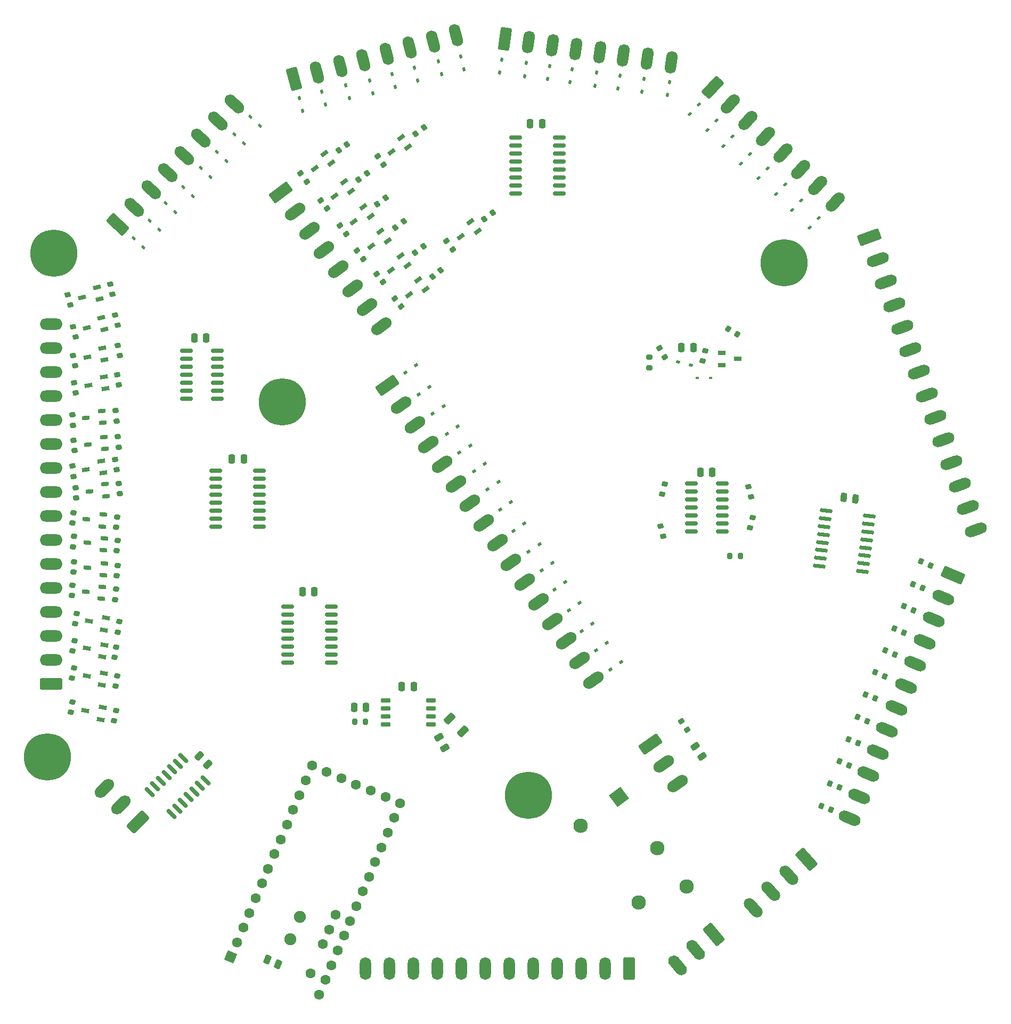
<source format=gbr>
%TF.GenerationSoftware,KiCad,Pcbnew,(6.0.10)*%
%TF.CreationDate,2023-04-24T22:32:33-04:00*%
%TF.ProjectId,waterwheel_synth_v2,77617465-7277-4686-9565-6c5f73796e74,rev?*%
%TF.SameCoordinates,Original*%
%TF.FileFunction,Soldermask,Top*%
%TF.FilePolarity,Negative*%
%FSLAX46Y46*%
G04 Gerber Fmt 4.6, Leading zero omitted, Abs format (unit mm)*
G04 Created by KiCad (PCBNEW (6.0.10)) date 2023-04-24 22:32:33*
%MOMM*%
%LPD*%
G01*
G04 APERTURE LIST*
G04 Aperture macros list*
%AMRoundRect*
0 Rectangle with rounded corners*
0 $1 Rounding radius*
0 $2 $3 $4 $5 $6 $7 $8 $9 X,Y pos of 4 corners*
0 Add a 4 corners polygon primitive as box body*
4,1,4,$2,$3,$4,$5,$6,$7,$8,$9,$2,$3,0*
0 Add four circle primitives for the rounded corners*
1,1,$1+$1,$2,$3*
1,1,$1+$1,$4,$5*
1,1,$1+$1,$6,$7*
1,1,$1+$1,$8,$9*
0 Add four rect primitives between the rounded corners*
20,1,$1+$1,$2,$3,$4,$5,0*
20,1,$1+$1,$4,$5,$6,$7,0*
20,1,$1+$1,$6,$7,$8,$9,0*
20,1,$1+$1,$8,$9,$2,$3,0*%
%AMHorizOval*
0 Thick line with rounded ends*
0 $1 width*
0 $2 $3 position (X,Y) of the first rounded end (center of the circle)*
0 $4 $5 position (X,Y) of the second rounded end (center of the circle)*
0 Add line between two ends*
20,1,$1,$2,$3,$4,$5,0*
0 Add two circle primitives to create the rounded ends*
1,1,$1,$2,$3*
1,1,$1,$4,$5*%
%AMRotRect*
0 Rectangle, with rotation*
0 The origin of the aperture is its center*
0 $1 length*
0 $2 width*
0 $3 Rotation angle, in degrees counterclockwise*
0 Add horizontal line*
21,1,$1,$2,0,0,$3*%
G04 Aperture macros list end*
%ADD10R,1.220000X0.650000*%
%ADD11RoundRect,0.250000X1.555635X0.636396X0.636396X1.555635X-1.555635X-0.636396X-0.636396X-1.555635X0*%
%ADD12HorizOval,1.800000X0.636396X0.636396X-0.636396X-0.636396X0*%
%ADD13RoundRect,0.250000X-0.498392X1.605181X-1.494250X0.769557X0.498392X-1.605181X1.494250X-0.769557X0*%
%ADD14HorizOval,1.800000X-0.578509X0.689440X0.578509X-0.689440X0*%
%ADD15C,7.500000*%
%ADD16RoundRect,0.200000X-0.308109X0.143853X-0.231786X-0.248798X0.308109X-0.143853X0.231786X0.248798X0*%
%ADD17RotRect,1.220000X0.650000X185.000000*%
%ADD18RotRect,0.600000X0.450000X262.000000*%
%ADD19RotRect,0.600000X0.450000X226.000000*%
%ADD20RotRect,1.220000X0.650000X175.000000*%
%ADD21RoundRect,0.200000X0.291552X0.174993X-0.076650X0.331285X-0.291552X-0.174993X0.076650X-0.331285X0*%
%ADD22RotRect,0.600000X0.450000X214.000000*%
%ADD23RoundRect,0.200000X-0.236092X0.244715X-0.305552X-0.149208X0.236092X-0.244715X0.305552X0.149208X0*%
%ADD24RotRect,0.600000X0.450000X316.000000*%
%ADD25RoundRect,0.200000X-0.339988X-0.005772X-0.099262X-0.325226X0.339988X0.005772X0.099262X0.325226X0*%
%ADD26RoundRect,0.200000X0.200000X0.275000X-0.200000X0.275000X-0.200000X-0.275000X0.200000X-0.275000X0*%
%ADD27RoundRect,0.150000X-0.825000X-0.150000X0.825000X-0.150000X0.825000X0.150000X-0.825000X0.150000X0*%
%ADD28RoundRect,0.200000X-0.302901X0.154518X-0.240327X-0.240557X0.302901X-0.154518X0.240327X0.240557X0*%
%ADD29RoundRect,0.200000X-0.315216X0.127531X-0.218447X-0.260588X0.315216X-0.127531X0.218447X0.260588X0*%
%ADD30RoundRect,0.200000X-0.256522X0.223207X-0.291385X-0.175271X0.256522X-0.223207X0.291385X0.175271X0*%
%ADD31RotRect,0.600000X0.450000X285.000000*%
%ADD32RotRect,1.220000X0.650000X218.000000*%
%ADD33RoundRect,0.200000X-0.300158X0.159781X-0.244489X-0.236326X0.300158X-0.159781X0.244489X0.236326X0*%
%ADD34RotRect,1.220000X0.650000X170.000000*%
%ADD35RoundRect,0.200000X-0.011705X0.339835X-0.326909X0.093571X0.011705X-0.339835X0.326909X-0.093571X0*%
%ADD36RoundRect,0.200000X-0.005772X0.339988X-0.325226X0.099262X0.005772X-0.339988X0.325226X-0.099262X0*%
%ADD37RotRect,1.220000X0.650000X217.000000*%
%ADD38RoundRect,0.250000X-0.306024X-0.440992X0.190249X-0.501927X0.306024X0.440992X-0.190249X0.501927X0*%
%ADD39RoundRect,0.200000X0.317393X-0.122010X0.213866X0.264360X-0.317393X0.122010X-0.213866X-0.264360X0*%
%ADD40RoundRect,0.250000X0.415723X0.339557X-0.044529X0.534923X-0.415723X-0.339557X0.044529X-0.534923X0*%
%ADD41RoundRect,0.200000X0.275000X-0.200000X0.275000X0.200000X-0.275000X0.200000X-0.275000X-0.200000X0*%
%ADD42RoundRect,0.250000X-0.250000X-0.475000X0.250000X-0.475000X0.250000X0.475000X-0.250000X0.475000X0*%
%ADD43RoundRect,0.200000X0.339982X-0.006097X0.110552X0.321564X-0.339982X0.006097X-0.110552X-0.321564X0*%
%ADD44RoundRect,0.250000X-0.512652X-0.159099X-0.159099X-0.512652X0.512652X0.159099X0.159099X0.512652X0*%
%ADD45RoundRect,0.200000X-0.338157X0.035705X-0.138157X-0.310705X0.338157X-0.035705X0.138157X0.310705X0*%
%ADD46RotRect,1.220000X0.650000X189.000000*%
%ADD47RoundRect,0.200000X-0.291385X0.175271X-0.256522X-0.223207X0.291385X-0.175271X0.256522X0.223207X0*%
%ADD48RoundRect,0.200000X0.213866X-0.264360X0.317393X0.122010X-0.213866X0.264360X-0.317393X-0.122010X0*%
%ADD49RoundRect,0.200000X-0.339835X-0.011705X-0.093571X-0.326909X0.339835X0.011705X0.093571X0.326909X0*%
%ADD50RoundRect,0.200000X-0.213866X0.264360X-0.317393X-0.122010X0.213866X-0.264360X0.317393X0.122010X0*%
%ADD51RoundRect,0.150000X-0.837500X-0.150000X0.837500X-0.150000X0.837500X0.150000X-0.837500X0.150000X0*%
%ADD52RoundRect,0.250000X0.250000X0.475000X-0.250000X0.475000X-0.250000X-0.475000X0.250000X-0.475000X0*%
%ADD53R,0.600000X0.450000*%
%ADD54RoundRect,0.150000X-0.849538X-0.046816X0.812977X-0.250947X0.849538X0.046816X-0.812977X0.250947X0*%
%ADD55RoundRect,0.200000X-0.317393X0.122010X-0.213866X-0.264360X0.317393X-0.122010X0.213866X0.264360X0*%
%ADD56RoundRect,0.250000X-0.689429X-0.229810X-0.229810X-0.689429X0.689429X0.229810X0.229810X0.689429X0*%
%ADD57RotRect,0.600000X0.450000X345.000000*%
%ADD58RoundRect,0.200000X0.310705X0.138157X-0.035705X0.338157X-0.310705X-0.138157X0.035705X-0.338157X0*%
%ADD59RoundRect,0.200000X0.236092X-0.244715X0.305552X0.149208X-0.236092X0.244715X-0.305552X-0.149208X0*%
%ADD60RotRect,1.220000X0.650000X191.000000*%
%ADD61RoundRect,0.150000X-0.689429X0.477297X0.477297X-0.689429X0.689429X-0.477297X-0.477297X0.689429X0*%
%ADD62RoundRect,0.200000X-0.200000X-0.275000X0.200000X-0.275000X0.200000X0.275000X-0.200000X0.275000X0*%
%ADD63RotRect,1.220000X0.650000X195.000000*%
%ADD64RotRect,1.220000X0.650000X194.000000*%
%ADD65RotRect,1.220000X0.650000X188.000000*%
%ADD66RoundRect,0.243750X0.513547X0.062026X0.233929X0.461363X-0.513547X-0.062026X-0.233929X-0.461363X0*%
%ADD67RoundRect,0.200000X0.339988X0.005772X0.099262X0.325226X-0.339988X-0.005772X-0.099262X-0.325226X0*%
%ADD68RoundRect,0.250000X-0.536362X-0.020994X-0.286362X-0.454006X0.536362X0.020994X0.286362X0.454006X0*%
%ADD69RoundRect,0.150000X-0.650000X-0.150000X0.650000X-0.150000X0.650000X0.150000X-0.650000X0.150000X0*%
%ADD70RoundRect,0.250000X-1.642510X-0.356595X-0.896861X-1.421492X1.642510X0.356595X0.896861X1.421492X0*%
%ADD71HorizOval,1.800000X-0.737237X-0.516219X0.737237X0.516219X0*%
%ADD72RoundRect,0.250000X-0.226682X-1.665417X1.029021X-1.328953X0.226682X1.665417X-1.029021X1.328953X0*%
%ADD73HorizOval,1.800000X-0.232937X0.869333X0.232937X-0.869333X0*%
%ADD74RoundRect,0.250000X1.550000X-0.650000X1.550000X0.650000X-1.550000X0.650000X-1.550000X-0.650000X0*%
%ADD75O,3.600000X1.800000*%
%ADD76RoundRect,0.250000X-1.629065X-0.413700X-0.846705X-1.451926X1.629065X0.413700X0.846705X1.451926X0*%
%ADD77HorizOval,1.800000X-0.718772X-0.541634X0.718772X0.541634X0*%
%ADD78RoundRect,0.250000X-1.678837X0.080669X-1.234210X-1.140931X1.678837X-0.080669X1.234210X1.140931X0*%
%ADD79HorizOval,1.800000X-0.845723X-0.307818X0.845723X0.307818X0*%
%ADD80RoundRect,0.250000X0.663449X-1.544291X1.566505X-0.609150X-0.663449X1.544291X-1.566505X0.609150X0*%
%ADD81HorizOval,1.800000X-0.647406X0.625193X0.647406X-0.625193X0*%
%ADD82C,1.900000*%
%ADD83C,1.600000*%
%ADD84RotRect,1.600000X1.600000X67.000000*%
%ADD85RotRect,2.300000X2.300000X127.000000*%
%ADD86C,2.300000*%
%ADD87HorizOval,1.800000X-0.602218X0.668830X0.602218X-0.668830X0*%
%ADD88RoundRect,0.250000X-0.554108X1.586809X-1.520197X0.716940X0.554108X-1.586809X1.520197X-0.716940X0*%
%ADD89RoundRect,0.250000X0.650000X1.550000X-0.650000X1.550000X-0.650000X-1.550000X0.650000X-1.550000X0*%
%ADD90O,1.800000X3.600000*%
%ADD91HorizOval,1.800000X-0.125256X-0.891241X0.125256X0.891241X0*%
%ADD92RoundRect,0.250000X-0.859393X-1.444453X0.427956X-1.625378X0.859393X1.444453X-0.427956X1.625378X0*%
%ADD93HorizOval,1.800000X-0.828454X0.351658X0.828454X-0.351658X0*%
%ADD94RoundRect,0.250000X-1.172807X1.203961X-1.680758X0.007305X1.172807X-1.203961X1.680758X-0.007305X0*%
%ADD95RoundRect,0.250000X-1.532477X-0.690299X-0.581718X-1.576897X1.532477X0.690299X0.581718X1.576897X0*%
%ADD96HorizOval,1.800000X-0.613799X-0.658218X0.613799X0.658218X0*%
G04 APERTURE END LIST*
D10*
%TO.C,Q14*%
X166290000Y-77790000D03*
X166290000Y-79690000D03*
X168910000Y-78740000D03*
%TD*%
D11*
%TO.C,J12*%
X73560077Y-152300077D03*
D12*
X70866000Y-149606000D03*
X68171923Y-146911923D03*
%TD*%
D13*
%TO.C,J13*%
X165100000Y-170180000D03*
D14*
X162181371Y-172629021D03*
X159262741Y-175078042D03*
%TD*%
D15*
%TO.C,REF\u002A\u002A*%
X96520000Y-85598000D03*
%TD*%
%TO.C,REF\u002A\u002A*%
X59182000Y-141986000D03*
%TD*%
%TO.C,REF\u002A\u002A*%
X135636000Y-148082000D03*
%TD*%
%TO.C,REF\u002A\u002A*%
X176276000Y-63500000D03*
%TD*%
%TO.C,REF\u002A\u002A*%
X60198000Y-61976000D03*
%TD*%
D16*
%TO.C,R16*%
X63232183Y-78162558D03*
X63547017Y-79782242D03*
%TD*%
D17*
%TO.C,Q21*%
X68269913Y-93030711D03*
X68104317Y-91137941D03*
X65577085Y-92312674D03*
%TD*%
D18*
%TO.C,D5*%
X134982968Y-33808481D03*
X135275232Y-31728919D03*
%TD*%
D19*
%TO.C,D30*%
X170824991Y-46199993D03*
X169366209Y-47710607D03*
%TD*%
D20*
%TO.C,Q15*%
X68002117Y-113074059D03*
X68167713Y-111181289D03*
X65474885Y-111899326D03*
%TD*%
D21*
%TO.C,R64*%
X190688683Y-128504947D03*
X192207517Y-129149653D03*
%TD*%
D22*
%TO.C,D40*%
X128689389Y-95357447D03*
X126948411Y-96531753D03*
%TD*%
D23*
%TO.C,R54*%
X70041660Y-134547934D03*
X69755140Y-136172866D03*
%TD*%
D24*
%TO.C,D25*%
X86088793Y-45871909D03*
X87599407Y-47330691D03*
%TD*%
D23*
%TO.C,R55*%
X63805560Y-119193934D03*
X63519040Y-120818866D03*
%TD*%
D25*
%TO.C,R1*%
X102576303Y-53523826D03*
X103569297Y-54841574D03*
%TD*%
D18*
%TO.C,D16*%
X142237468Y-34800181D03*
X142529732Y-32720619D03*
%TD*%
%TO.C,D7*%
X131061468Y-33276181D03*
X131353732Y-31196619D03*
%TD*%
D26*
%TO.C,R48*%
X169288600Y-110044400D03*
X167638600Y-110044400D03*
%TD*%
D23*
%TO.C,R56*%
X63355260Y-127824634D03*
X63068740Y-129449566D03*
%TD*%
D27*
%TO.C,U2*%
X86184600Y-77448400D03*
X86184600Y-78718400D03*
X86184600Y-79988400D03*
X86184600Y-81258400D03*
X86184600Y-82528400D03*
X86184600Y-83798400D03*
X86184600Y-85068400D03*
X81234600Y-85068400D03*
X81234600Y-83798400D03*
X81234600Y-82528400D03*
X81234600Y-81258400D03*
X81234600Y-79988400D03*
X81234600Y-78718400D03*
X81234600Y-77448400D03*
%TD*%
D28*
%TO.C,R20*%
X63389642Y-82528357D03*
X63647758Y-84158043D03*
%TD*%
D22*
%TO.C,D41*%
X130829889Y-98286347D03*
X129088911Y-99460653D03*
%TD*%
D21*
%TO.C,R70*%
X187936683Y-135613247D03*
X189455517Y-136257953D03*
%TD*%
D22*
%TO.C,D36*%
X117762789Y-79726047D03*
X116021811Y-80900353D03*
%TD*%
D24*
%TO.C,D23*%
X72880793Y-59587909D03*
X74391407Y-61046691D03*
%TD*%
D29*
%TO.C,R23*%
X69105214Y-66830006D03*
X69504386Y-68430994D03*
%TD*%
D21*
%TO.C,R71*%
X183544183Y-146165547D03*
X185063017Y-146810253D03*
%TD*%
D30*
%TO.C,R35*%
X70236603Y-103838639D03*
X70092797Y-105482361D03*
%TD*%
D31*
%TO.C,D10*%
X113917840Y-33508178D03*
X114461360Y-35536622D03*
%TD*%
D32*
%TO.C,Q4*%
X113241672Y-60009894D03*
X112071916Y-58512673D03*
X110592206Y-60874317D03*
%TD*%
D19*
%TO.C,D32*%
X165464991Y-40879093D03*
X164006209Y-42389707D03*
%TD*%
D24*
%TO.C,D20*%
X80754793Y-51459909D03*
X82265407Y-52918691D03*
%TD*%
D33*
%TO.C,R36*%
X69896082Y-94707229D03*
X70125718Y-96341171D03*
%TD*%
D23*
%TO.C,R59*%
X63160560Y-133257334D03*
X62874040Y-134882266D03*
%TD*%
D34*
%TO.C,Q23*%
X67573832Y-135991746D03*
X67903764Y-134120612D03*
X65158602Y-134601221D03*
%TD*%
D35*
%TO.C,R11*%
X115757109Y-56869079D03*
X114456891Y-57884921D03*
%TD*%
D22*
%TO.C,D43*%
X126324289Y-92467047D03*
X124583311Y-93641353D03*
%TD*%
D31*
%TO.C,D3*%
X102754240Y-36301778D03*
X103297760Y-38330222D03*
%TD*%
D36*
%TO.C,R7*%
X129921174Y-55491803D03*
X128603426Y-56484797D03*
%TD*%
D30*
%TO.C,R45*%
X63400503Y-110939339D03*
X63256697Y-112583061D03*
%TD*%
D37*
%TO.C,Q5*%
X116412537Y-63861126D03*
X115269088Y-62343719D03*
X113748387Y-64679178D03*
%TD*%
D38*
%TO.C,C7*%
X185709681Y-100751624D03*
X187595519Y-100983176D03*
%TD*%
D39*
%TO.C,R49*%
X171003126Y-100646289D03*
X170576074Y-99052511D03*
%TD*%
D22*
%TO.C,D35*%
X119886089Y-83211247D03*
X118145111Y-84385553D03*
%TD*%
D21*
%TO.C,R51*%
X196721583Y-114508747D03*
X198240417Y-115153453D03*
%TD*%
D40*
%TO.C,C13*%
X95832980Y-174888995D03*
X94084020Y-174146605D03*
%TD*%
D18*
%TO.C,D14*%
X149857468Y-35816181D03*
X150149732Y-33736619D03*
%TD*%
D41*
%TO.C,R28*%
X154829600Y-78464400D03*
X154829600Y-80114400D03*
%TD*%
D23*
%TO.C,R58*%
X70607760Y-120474834D03*
X70321240Y-122099766D03*
%TD*%
D22*
%TO.C,D48*%
X145794089Y-120803247D03*
X144053111Y-121977553D03*
%TD*%
D30*
%TO.C,R43*%
X70326303Y-107545639D03*
X70182497Y-109189361D03*
%TD*%
D27*
%TO.C,U6*%
X161498600Y-98530400D03*
X161498600Y-99800400D03*
X161498600Y-101070400D03*
X161498600Y-102340400D03*
X161498600Y-103610400D03*
X161498600Y-104880400D03*
X161498600Y-106150400D03*
X166448600Y-106150400D03*
X166448600Y-104880400D03*
X166448600Y-103610400D03*
X166448600Y-102340400D03*
X166448600Y-101070400D03*
X166448600Y-99800400D03*
X166448600Y-98530400D03*
%TD*%
D42*
%TO.C,C2*%
X82505600Y-75416400D03*
X84405600Y-75416400D03*
%TD*%
D22*
%TO.C,D47*%
X150366089Y-126899247D03*
X148625111Y-128073553D03*
%TD*%
D43*
%TO.C,R62*%
X160856301Y-137622000D03*
X159909899Y-136270400D03*
%TD*%
D44*
%TO.C,C8*%
X83291849Y-141800649D03*
X84635351Y-143144151D03*
%TD*%
D31*
%TO.C,D4*%
X99185840Y-37318178D03*
X99729360Y-39346622D03*
%TD*%
D32*
%TO.C,Q13*%
X119237872Y-67663894D03*
X118068116Y-66166673D03*
X116588406Y-68528317D03*
%TD*%
D36*
%TO.C,R15*%
X118971174Y-41983503D03*
X117653426Y-42976497D03*
%TD*%
D45*
%TO.C,R30*%
X157274100Y-78416871D03*
X156449100Y-76987929D03*
%TD*%
D46*
%TO.C,Q12*%
X68405584Y-83456375D03*
X68108359Y-81579767D03*
X65669228Y-82927929D03*
%TD*%
D37*
%TO.C,Q7*%
X127535137Y-58498926D03*
X126391688Y-56981519D03*
X124870987Y-59316978D03*
%TD*%
D22*
%TO.C,D46*%
X137342689Y-108157947D03*
X135601711Y-109332253D03*
%TD*%
D21*
%TO.C,R67*%
X195257483Y-118026147D03*
X196776317Y-118670853D03*
%TD*%
D37*
%TO.C,Q1*%
X104268937Y-47644126D03*
X103125488Y-46126719D03*
X101604787Y-48462178D03*
%TD*%
%TO.C,Q6*%
X116493437Y-45059526D03*
X115349988Y-43542119D03*
X113829287Y-45877578D03*
%TD*%
D24*
%TO.C,D22*%
X75420793Y-56793909D03*
X76931407Y-58252691D03*
%TD*%
D47*
%TO.C,R21*%
X70299497Y-91096739D03*
X70443303Y-92740461D03*
%TD*%
D22*
%TO.C,D34*%
X124369789Y-89454447D03*
X122628811Y-90628753D03*
%TD*%
D42*
%TO.C,C4*%
X99683100Y-115675400D03*
X101583100Y-115675400D03*
%TD*%
D48*
%TO.C,R46*%
X156820074Y-100173289D03*
X157247126Y-98579511D03*
%TD*%
D49*
%TO.C,R2*%
X108347679Y-61558291D03*
X109363521Y-62858509D03*
%TD*%
D23*
%TO.C,R57*%
X63438760Y-123509034D03*
X63152240Y-125133966D03*
%TD*%
D31*
%TO.C,D11*%
X117473840Y-32492178D03*
X118017360Y-34520622D03*
%TD*%
D47*
%TO.C,R22*%
X70002297Y-86954239D03*
X70146103Y-88597961D03*
%TD*%
D36*
%TO.C,R3*%
X106753774Y-44643703D03*
X105436026Y-45636697D03*
%TD*%
D30*
%TO.C,R33*%
X63141303Y-114664739D03*
X62997497Y-116308461D03*
%TD*%
D42*
%TO.C,C5*%
X88441100Y-94593400D03*
X90341100Y-94593400D03*
%TD*%
D50*
%TO.C,R50*%
X171217126Y-103920511D03*
X170790074Y-105514289D03*
%TD*%
D51*
%TO.C,U7*%
X97358600Y-118088400D03*
X97358600Y-119358400D03*
X97358600Y-120628400D03*
X97358600Y-121898400D03*
X97358600Y-123168400D03*
X97358600Y-124438400D03*
X97358600Y-125708400D03*
X97358600Y-126978400D03*
X104283600Y-126978400D03*
X104283600Y-125708400D03*
X104283600Y-124438400D03*
X104283600Y-123168400D03*
X104283600Y-121898400D03*
X104283600Y-120628400D03*
X104283600Y-119358400D03*
X104283600Y-118088400D03*
%TD*%
D52*
%TO.C,C1*%
X137774600Y-41384400D03*
X135874600Y-41384400D03*
%TD*%
D21*
%TO.C,R72*%
X182138183Y-149707147D03*
X183657017Y-150351853D03*
%TD*%
D19*
%TO.C,D27*%
X176386991Y-51039093D03*
X174928209Y-52549707D03*
%TD*%
D53*
%TO.C,D38*%
X164515600Y-81766400D03*
X162415600Y-81766400D03*
%TD*%
D33*
%TO.C,R39*%
X63078082Y-95763929D03*
X63307718Y-97397871D03*
%TD*%
D39*
%TO.C,R47*%
X156993126Y-106884289D03*
X156566074Y-105290511D03*
%TD*%
D47*
%TO.C,R24*%
X63082297Y-87608439D03*
X63226103Y-89252161D03*
%TD*%
D51*
%TO.C,U4*%
X85928600Y-96498400D03*
X85928600Y-97768400D03*
X85928600Y-99038400D03*
X85928600Y-100308400D03*
X85928600Y-101578400D03*
X85928600Y-102848400D03*
X85928600Y-104118400D03*
X85928600Y-105388400D03*
X92853600Y-105388400D03*
X92853600Y-104118400D03*
X92853600Y-102848400D03*
X92853600Y-101578400D03*
X92853600Y-100308400D03*
X92853600Y-99038400D03*
X92853600Y-97768400D03*
X92853600Y-96498400D03*
%TD*%
D54*
%TO.C,U5*%
X182922618Y-102840560D03*
X182767844Y-104101093D03*
X182613070Y-105361627D03*
X182458296Y-106622161D03*
X182303522Y-107882694D03*
X182148748Y-109143228D03*
X181993974Y-110403761D03*
X181839200Y-111664295D03*
X188712582Y-112508240D03*
X188867356Y-111247707D03*
X189022130Y-109987173D03*
X189176904Y-108726639D03*
X189331678Y-107466106D03*
X189486452Y-106205572D03*
X189641226Y-104945039D03*
X189796000Y-103684505D03*
%TD*%
D21*
%TO.C,R68*%
X193793283Y-121543547D03*
X195312117Y-122188253D03*
%TD*%
D42*
%TO.C,C12*%
X115459600Y-130788400D03*
X117359600Y-130788400D03*
%TD*%
D34*
%TO.C,Q24*%
X67836832Y-126036846D03*
X68166764Y-124165712D03*
X65421602Y-124646321D03*
%TD*%
D21*
%TO.C,R69*%
X192329183Y-125061047D03*
X193848017Y-125705753D03*
%TD*%
%TO.C,R52*%
X198009583Y-110917847D03*
X199528417Y-111562553D03*
%TD*%
D55*
%TO.C,R26*%
X63176074Y-73603511D03*
X63603126Y-75197289D03*
%TD*%
D24*
%TO.C,D1*%
X91422793Y-40283909D03*
X92933407Y-41742691D03*
%TD*%
D47*
%TO.C,R37*%
X70501597Y-98524739D03*
X70645403Y-100168461D03*
%TD*%
D19*
%TO.C,D28*%
X168030991Y-43405993D03*
X166572209Y-44916607D03*
%TD*%
D48*
%TO.C,R31*%
X163720126Y-77448511D03*
X163293074Y-79042289D03*
%TD*%
D18*
%TO.C,D12*%
X157731468Y-36832181D03*
X158023732Y-34752619D03*
%TD*%
D56*
%TO.C,C11*%
X123052617Y-135841417D03*
X125138583Y-137927383D03*
%TD*%
D21*
%TO.C,R63*%
X185008383Y-142648147D03*
X186527217Y-143292853D03*
%TD*%
D57*
%TO.C,D37*%
X161431822Y-79752160D03*
X159403378Y-79208640D03*
%TD*%
D21*
%TO.C,R66*%
X189224483Y-132022447D03*
X190743317Y-132667153D03*
%TD*%
D58*
%TO.C,R32*%
X167323129Y-73987900D03*
X168752071Y-74812900D03*
%TD*%
D51*
%TO.C,U1*%
X133587100Y-43539400D03*
X133587100Y-44809400D03*
X133587100Y-46079400D03*
X133587100Y-47349400D03*
X133587100Y-48619400D03*
X133587100Y-49889400D03*
X133587100Y-51159400D03*
X133587100Y-52429400D03*
X140512100Y-52429400D03*
X140512100Y-51159400D03*
X140512100Y-49889400D03*
X140512100Y-48619400D03*
X140512100Y-47349400D03*
X140512100Y-46079400D03*
X140512100Y-44809400D03*
X140512100Y-43539400D03*
%TD*%
D18*
%TO.C,D17*%
X138681468Y-34292181D03*
X138973732Y-32212619D03*
%TD*%
D34*
%TO.C,Q22*%
X68156032Y-121768046D03*
X68485964Y-119896912D03*
X65740802Y-120377521D03*
%TD*%
D59*
%TO.C,R53*%
X69794240Y-126154466D03*
X70080760Y-124529534D03*
%TD*%
D47*
%TO.C,R41*%
X63585297Y-99203139D03*
X63729103Y-100846861D03*
%TD*%
D20*
%TO.C,Q19*%
X67853917Y-105361059D03*
X68019513Y-103468289D03*
X65326685Y-104186326D03*
%TD*%
D19*
%TO.C,D26*%
X178926991Y-53579093D03*
X177468209Y-55089707D03*
%TD*%
D30*
%TO.C,R44*%
X70062203Y-115297039D03*
X69918397Y-116940761D03*
%TD*%
D23*
%TO.C,R60*%
X70244860Y-129064934D03*
X69958340Y-130689866D03*
%TD*%
D20*
%TO.C,Q20*%
X68051417Y-109102159D03*
X68217013Y-107209389D03*
X65524185Y-107927426D03*
%TD*%
D49*
%TO.C,R27*%
X114322679Y-69102691D03*
X115338521Y-70402909D03*
%TD*%
D42*
%TO.C,C9*%
X107905600Y-134090400D03*
X109805600Y-134090400D03*
%TD*%
D22*
%TO.C,D44*%
X141476089Y-114199247D03*
X139735111Y-115373553D03*
%TD*%
D60*
%TO.C,Q8*%
X68234100Y-78897286D03*
X67871563Y-77032194D03*
X65480968Y-78464660D03*
%TD*%
D31*
%TO.C,D2*%
X106564240Y-35285778D03*
X107107760Y-37314222D03*
%TD*%
D61*
%TO.C,U9*%
X84262466Y-145644812D03*
X83364441Y-146542838D03*
X82466415Y-147440864D03*
X81568389Y-148338889D03*
X80670364Y-149236915D03*
X79772338Y-150134941D03*
X78874312Y-151032966D03*
X75374134Y-147532788D03*
X76272159Y-146634762D03*
X77170185Y-145736736D03*
X78068211Y-144838711D03*
X78966236Y-143940685D03*
X79864262Y-143042659D03*
X80762288Y-142144634D03*
%TD*%
D22*
%TO.C,D33*%
X122121889Y-86259247D03*
X120380911Y-87433553D03*
%TD*%
D19*
%TO.C,D31*%
X173592991Y-48499093D03*
X172134209Y-50009707D03*
%TD*%
D42*
%TO.C,C6*%
X162903600Y-96760400D03*
X164803600Y-96760400D03*
%TD*%
D22*
%TO.C,D42*%
X134933789Y-104880947D03*
X133192811Y-106055253D03*
%TD*%
D62*
%TO.C,R61*%
X108030600Y-136376400D03*
X109680600Y-136376400D03*
%TD*%
D63*
%TO.C,Q9*%
X68165541Y-74027877D03*
X67673785Y-72192618D03*
X65388937Y-73788353D03*
%TD*%
D25*
%TO.C,R9*%
X111478803Y-65240026D03*
X112471797Y-66557774D03*
%TD*%
D64*
%TO.C,Q10*%
X67446813Y-69226863D03*
X66987162Y-67383301D03*
X64674813Y-68938918D03*
%TD*%
D36*
%TO.C,R8*%
X112887874Y-53124303D03*
X111570126Y-54117297D03*
%TD*%
D22*
%TO.C,D39*%
X132840089Y-101465047D03*
X131099111Y-102639353D03*
%TD*%
D31*
%TO.C,D9*%
X121283840Y-31476178D03*
X121827360Y-33504622D03*
%TD*%
D42*
%TO.C,C3*%
X161809600Y-76940400D03*
X159909600Y-76940400D03*
%TD*%
D31*
%TO.C,D8*%
X124839840Y-30714178D03*
X125383360Y-32742622D03*
%TD*%
D21*
%TO.C,R65*%
X186472483Y-139130647D03*
X187991317Y-139775353D03*
%TD*%
D65*
%TO.C,Q16*%
X67988866Y-96867538D03*
X67724437Y-94986029D03*
X65262149Y-96291417D03*
%TD*%
D66*
%TO.C,D51*%
X163200028Y-141827555D03*
X162124572Y-140291645D03*
%TD*%
D19*
%TO.C,D18*%
X162696991Y-38325993D03*
X161238209Y-39836607D03*
%TD*%
D29*
%TO.C,R17*%
X62373614Y-68558406D03*
X62772786Y-70159394D03*
%TD*%
D24*
%TO.C,D19*%
X77960793Y-53999909D03*
X79471407Y-55458691D03*
%TD*%
D25*
%TO.C,R10*%
X122578103Y-59995526D03*
X123571097Y-61313274D03*
%TD*%
D67*
%TO.C,R4*%
X106636897Y-58869774D03*
X105643903Y-57552026D03*
%TD*%
D28*
%TO.C,R18*%
X70266442Y-81213157D03*
X70524558Y-82842843D03*
%TD*%
D35*
%TO.C,R14*%
X121614409Y-64630079D03*
X120314191Y-65645921D03*
%TD*%
D68*
%TO.C,C10*%
X121334600Y-138855676D03*
X122284600Y-140501124D03*
%TD*%
D67*
%TO.C,R13*%
X112596197Y-47854774D03*
X111603203Y-46537026D03*
%TD*%
D22*
%TO.C,D45*%
X139444089Y-111151247D03*
X137703111Y-112325553D03*
%TD*%
D34*
%TO.C,Q25*%
X67816732Y-130514446D03*
X68146664Y-128643312D03*
X65401502Y-129123921D03*
%TD*%
D30*
%TO.C,R40*%
X63354903Y-106909139D03*
X63211097Y-108552861D03*
%TD*%
D16*
%TO.C,R25*%
X70347883Y-76616358D03*
X70662717Y-78236042D03*
%TD*%
D69*
%TO.C,U8*%
X112875600Y-132947400D03*
X112875600Y-134217400D03*
X112875600Y-135487400D03*
X112875600Y-136757400D03*
X120075600Y-136757400D03*
X120075600Y-135487400D03*
X120075600Y-134217400D03*
X120075600Y-132947400D03*
%TD*%
D30*
%TO.C,R38*%
X70326603Y-111521339D03*
X70182797Y-113165061D03*
%TD*%
D36*
%TO.C,R12*%
X118892774Y-60830603D03*
X117575026Y-61823597D03*
%TD*%
%TO.C,R6*%
X109929474Y-49284103D03*
X108611726Y-50277097D03*
%TD*%
D37*
%TO.C,Q3*%
X107401537Y-52101126D03*
X106258088Y-50583719D03*
X104737387Y-52919178D03*
%TD*%
D55*
%TO.C,R19*%
X69876474Y-71757911D03*
X70303526Y-73351689D03*
%TD*%
D20*
%TO.C,Q18*%
X67728617Y-116848559D03*
X67894213Y-114955789D03*
X65201385Y-115673826D03*
%TD*%
D37*
%TO.C,Q2*%
X110501737Y-56130026D03*
X109358288Y-54612619D03*
X107837587Y-56948078D03*
%TD*%
D47*
%TO.C,R42*%
X63320797Y-91656439D03*
X63464603Y-93300161D03*
%TD*%
D18*
%TO.C,D13*%
X146158968Y-35332481D03*
X146451232Y-33252919D03*
%TD*%
D19*
%TO.C,D29*%
X181720991Y-56373093D03*
X180262209Y-57883707D03*
%TD*%
D31*
%TO.C,D6*%
X110361840Y-34524178D03*
X110905360Y-36552622D03*
%TD*%
D18*
%TO.C,D15*%
X153667468Y-36324181D03*
X153959732Y-34244619D03*
%TD*%
D17*
%TO.C,Q11*%
X67969913Y-88863511D03*
X67804317Y-86970741D03*
X65277085Y-88145474D03*
%TD*%
D24*
%TO.C,D21*%
X83548793Y-48411909D03*
X85059407Y-49870691D03*
%TD*%
D22*
%TO.C,D49*%
X143762089Y-117501247D03*
X142021111Y-118675553D03*
%TD*%
D17*
%TO.C,Q17*%
X68479313Y-100532711D03*
X68313717Y-98639941D03*
X65786485Y-99814674D03*
%TD*%
D25*
%TO.C,R5*%
X99341603Y-49262626D03*
X100334597Y-50580374D03*
%TD*%
D22*
%TO.C,D50*%
X148080089Y-123851247D03*
X146339111Y-125025553D03*
%TD*%
D30*
%TO.C,R34*%
X63266603Y-103177239D03*
X63122797Y-104820961D03*
%TD*%
D24*
%TO.C,D24*%
X88882793Y-43077909D03*
X90393407Y-44536691D03*
%TD*%
D70*
%TO.C,J7*%
X113159700Y-82957900D03*
D71*
X115345026Y-86078869D03*
X117530352Y-89199839D03*
X119715679Y-92320808D03*
X121901005Y-95441777D03*
X124086331Y-98562746D03*
X126271657Y-101683716D03*
X128456984Y-104804685D03*
X130642310Y-107925654D03*
X132827636Y-111046624D03*
X135012962Y-114167593D03*
X137198288Y-117288562D03*
X139383615Y-120409531D03*
X141568941Y-123530501D03*
X143754267Y-126651470D03*
X145939593Y-129772439D03*
%TD*%
D72*
%TO.C,J3*%
X98331400Y-34223900D03*
D73*
X102011577Y-33237799D03*
X105691755Y-32251699D03*
X109371932Y-31265598D03*
X113052110Y-30279498D03*
X116732287Y-29293397D03*
X120412464Y-28307297D03*
X124092642Y-27321196D03*
%TD*%
D74*
%TO.C,J10*%
X59718100Y-130352400D03*
D75*
X59718100Y-126542400D03*
X59718100Y-122732400D03*
X59718100Y-118922400D03*
X59718100Y-115112400D03*
X59718100Y-111302400D03*
X59718100Y-107492400D03*
X59718100Y-103682400D03*
X59718100Y-99872400D03*
X59718100Y-96062400D03*
X59718100Y-92252400D03*
X59718100Y-88442400D03*
X59718100Y-84632400D03*
X59718100Y-80822400D03*
X59718100Y-77012400D03*
X59718100Y-73202400D03*
%TD*%
D76*
%TO.C,J5*%
X96186000Y-52278800D03*
D77*
X98478915Y-55321601D03*
X100771830Y-58364403D03*
X103064746Y-61407204D03*
X105357661Y-64450005D03*
X107650576Y-67492806D03*
X109943491Y-70535608D03*
X112236407Y-73578409D03*
%TD*%
D78*
%TO.C,J4*%
X189815742Y-59375024D03*
D79*
X191118839Y-62955253D03*
X192421935Y-66535482D03*
X193725032Y-70115711D03*
X195028129Y-73695940D03*
X196331226Y-77276168D03*
X197634322Y-80856397D03*
X198937419Y-84436626D03*
X200240516Y-88016855D03*
X201543613Y-91597084D03*
X202846709Y-95177313D03*
X204149806Y-98757542D03*
X205452903Y-102337771D03*
X206756000Y-105918000D03*
%TD*%
D80*
%TO.C,J6*%
X70323700Y-57380200D03*
D81*
X72970348Y-54639515D03*
X75616997Y-51898831D03*
X78263645Y-49158146D03*
X80910294Y-46417461D03*
X83556942Y-43676777D03*
X86203590Y-40936092D03*
X88850239Y-38195408D03*
%TD*%
D82*
%TO.C,U10*%
X99262457Y-167367606D03*
X97773772Y-170874729D03*
D83*
X104931079Y-167014438D03*
X103938622Y-169352520D03*
X102946165Y-171690602D03*
X100961251Y-176366767D03*
X102306876Y-179697306D03*
X103299333Y-177359224D03*
X104291790Y-175021142D03*
X105284247Y-172683059D03*
X106276704Y-170344977D03*
X107269161Y-168006895D03*
X108261618Y-165668812D03*
X109254076Y-163330730D03*
X110246533Y-160992648D03*
X111238990Y-158654565D03*
X112231447Y-156316483D03*
X113223904Y-153978401D03*
X114216361Y-151640318D03*
X115208818Y-149302236D03*
X112870736Y-148309779D03*
X110532653Y-147317322D03*
X108194571Y-146324865D03*
X105856489Y-145332408D03*
X103518406Y-144339951D03*
X101180324Y-143347494D03*
X100187867Y-145685576D03*
X99195410Y-148023658D03*
X98202953Y-150361741D03*
X97210496Y-152699823D03*
X96218039Y-155037905D03*
X95225582Y-157375988D03*
X94233124Y-159714070D03*
X93240667Y-162052152D03*
X92248210Y-164390235D03*
X91255753Y-166728317D03*
X90263296Y-169066399D03*
X89270839Y-171404482D03*
D84*
X88278382Y-173742564D03*
%TD*%
D85*
%TO.C,K1*%
X150003600Y-148314400D03*
D86*
X156118041Y-156428537D03*
X160703871Y-162514139D03*
X153089658Y-165071436D03*
X143917997Y-152900230D03*
%TD*%
D70*
%TO.C,J9*%
X154955700Y-139929200D03*
D71*
X157141026Y-143050169D03*
X159326352Y-146171139D03*
%TD*%
D87*
%TO.C,J11*%
X171327355Y-165873563D03*
X174158736Y-163324175D03*
X176990118Y-160774788D03*
D88*
X179821500Y-158225400D03*
%TD*%
D89*
%TO.C,J14*%
X151599600Y-175607900D03*
D90*
X147789600Y-175607900D03*
X143979600Y-175607900D03*
X140169600Y-175607900D03*
X136359600Y-175607900D03*
X132549600Y-175607900D03*
X128739600Y-175607900D03*
X124929600Y-175607900D03*
X121119600Y-175607900D03*
X117309600Y-175607900D03*
X113499600Y-175607900D03*
X109689600Y-175607900D03*
%TD*%
D91*
%TO.C,J2*%
X158242949Y-31612047D03*
X154470028Y-31081797D03*
X150697107Y-30551548D03*
X146924185Y-30021298D03*
X143151264Y-29491049D03*
X139378343Y-28960799D03*
X135605421Y-28430550D03*
D92*
X131832500Y-27900300D03*
%TD*%
D93*
%TO.C,J8*%
X186657058Y-151701658D03*
X188145744Y-148194535D03*
X189634430Y-144687411D03*
X191123115Y-141180288D03*
X192611801Y-137673164D03*
X194100486Y-134166041D03*
X195589172Y-130658917D03*
X197077858Y-127151794D03*
X198566543Y-123644670D03*
X200055229Y-120137547D03*
X201543914Y-116630423D03*
D94*
X203032600Y-113123300D03*
%TD*%
D95*
%TO.C,J1*%
X164887200Y-35633200D03*
D96*
X167673658Y-38231614D03*
X170460115Y-40830028D03*
X173246573Y-43428441D03*
X176033030Y-46026855D03*
X178819488Y-48625269D03*
X181605946Y-51223683D03*
X184392403Y-53822096D03*
%TD*%
M02*

</source>
